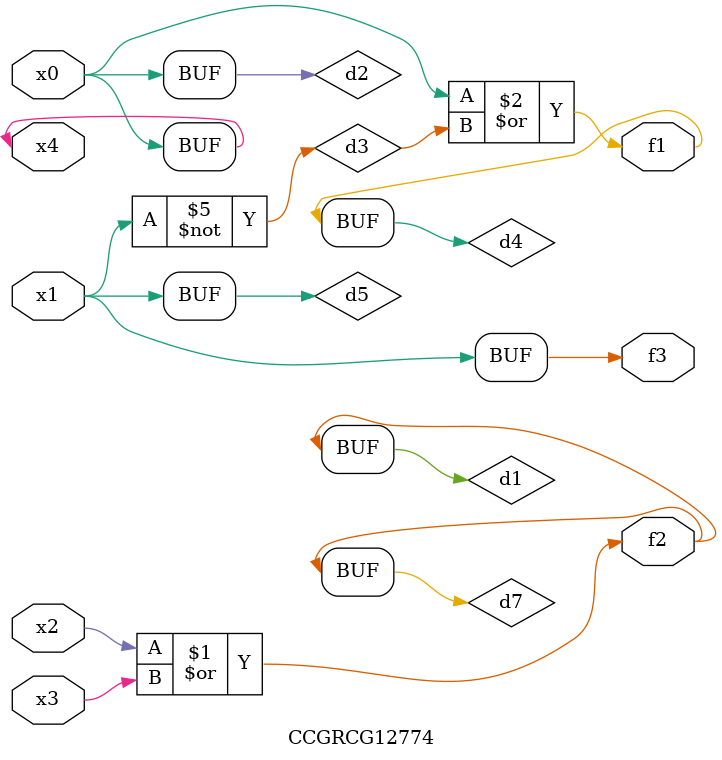
<source format=v>
module CCGRCG12774(
	input x0, x1, x2, x3, x4,
	output f1, f2, f3
);

	wire d1, d2, d3, d4, d5, d6, d7;

	or (d1, x2, x3);
	buf (d2, x0, x4);
	not (d3, x1);
	or (d4, d2, d3);
	not (d5, d3);
	nand (d6, d1, d3);
	or (d7, d1);
	assign f1 = d4;
	assign f2 = d7;
	assign f3 = d5;
endmodule

</source>
